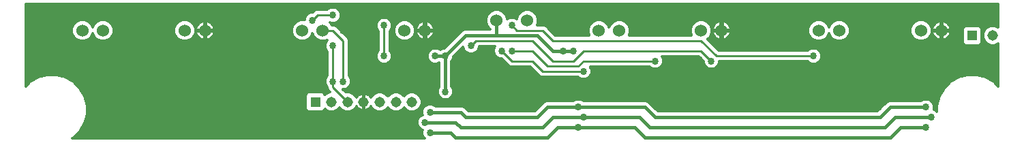
<source format=gbl>
G75*
G70*
%OFA0B0*%
%FSLAX24Y24*%
%IPPOS*%
%LPD*%
%AMOC8*
5,1,8,0,0,1.08239X$1,22.5*
%
%ADD10C,0.0600*%
%ADD11R,0.0515X0.0515*%
%ADD12C,0.0515*%
%ADD13C,0.0120*%
%ADD14C,0.0340*%
%ADD15C,0.0160*%
%ADD16C,0.0100*%
D10*
X003160Y005660D03*
X004160Y005660D03*
X008160Y005660D03*
X009160Y005660D03*
X013910Y005660D03*
X014910Y005660D03*
X018910Y005660D03*
X019910Y005660D03*
X023410Y006160D03*
X024910Y006160D03*
X028410Y005660D03*
X029410Y005660D03*
X033410Y005660D03*
X034410Y005660D03*
X039160Y005660D03*
X040160Y005660D03*
X044160Y005660D03*
X045160Y005660D03*
D11*
X046660Y005410D03*
X014548Y002160D03*
D12*
X015335Y002160D03*
X016123Y002160D03*
X016910Y002160D03*
X017697Y002160D03*
X018485Y002160D03*
X019272Y002160D03*
X047660Y005410D03*
D13*
X002716Y000404D02*
X002675Y000380D01*
X019888Y000380D01*
X019829Y000439D01*
X019770Y000582D01*
X019770Y000738D01*
X019791Y000787D01*
X019689Y000829D01*
X019579Y000939D01*
X019520Y001082D01*
X019520Y001238D01*
X019579Y001381D01*
X019689Y001491D01*
X019791Y001533D01*
X019770Y001582D01*
X003380Y001582D01*
X003380Y001554D02*
X003380Y002006D01*
X003263Y002444D01*
X003036Y002836D01*
X002716Y003156D01*
X002324Y003383D01*
X001886Y003500D01*
X001434Y003500D01*
X000996Y003383D01*
X000604Y003156D01*
X000380Y002932D01*
X000380Y006940D01*
X047940Y006940D01*
X047940Y005805D01*
X047930Y005815D01*
X047755Y005887D01*
X047565Y005887D01*
X047390Y005815D01*
X047255Y005680D01*
X047183Y005505D01*
X047183Y005315D01*
X047255Y005140D01*
X047390Y005005D01*
X047565Y004933D01*
X047755Y004933D01*
X047930Y005005D01*
X047940Y005015D01*
X047940Y002932D01*
X047716Y003156D01*
X047324Y003383D01*
X046886Y003500D01*
X046434Y003500D01*
X045996Y003383D01*
X045604Y003156D01*
X045284Y002836D01*
X045057Y002444D01*
X044940Y002006D01*
X044940Y001682D01*
X044881Y001741D01*
X044779Y001783D01*
X044800Y001832D01*
X044800Y001988D01*
X044741Y002131D01*
X044631Y002241D01*
X044488Y002300D01*
X044332Y002300D01*
X044189Y002241D01*
X044158Y002210D01*
X042600Y002210D01*
X042490Y002164D01*
X042406Y002080D01*
X042036Y001710D01*
X031284Y001710D01*
X030830Y002164D01*
X030720Y002210D01*
X027662Y002210D01*
X027631Y002241D01*
X027488Y002300D01*
X027332Y002300D01*
X027189Y002241D01*
X027158Y002210D01*
X025850Y002210D01*
X025740Y002164D01*
X025656Y002080D01*
X025286Y001710D01*
X022034Y001710D01*
X021830Y001914D01*
X021720Y001960D01*
X020412Y001960D01*
X020381Y001991D01*
X020238Y002050D01*
X020082Y002050D01*
X019939Y001991D01*
X019829Y001881D01*
X019770Y001738D01*
X019770Y001582D01*
X019543Y001755D02*
X019367Y001683D01*
X019177Y001683D01*
X019002Y001755D01*
X018879Y001878D01*
X018755Y001755D01*
X018580Y001683D01*
X018390Y001683D01*
X018214Y001755D01*
X018091Y001878D01*
X017968Y001755D01*
X017792Y001683D01*
X017602Y001683D01*
X017427Y001755D01*
X017293Y001890D01*
X017269Y001946D01*
X017267Y001941D01*
X017228Y001888D01*
X017182Y001842D01*
X017129Y001803D01*
X017070Y001773D01*
X017008Y001753D01*
X016943Y001743D01*
X016929Y001743D01*
X016929Y002141D01*
X016891Y002141D01*
X016891Y001743D01*
X016877Y001743D01*
X016812Y001753D01*
X016750Y001773D01*
X016691Y001803D01*
X016638Y001842D01*
X016592Y001888D01*
X016553Y001941D01*
X016551Y001946D01*
X016527Y001890D01*
X016393Y001755D01*
X016218Y001683D01*
X016028Y001683D01*
X015852Y001755D01*
X015729Y001878D01*
X015606Y001755D01*
X015430Y001683D01*
X015240Y001683D01*
X015065Y001755D01*
X015017Y001803D01*
X014896Y001683D01*
X014199Y001683D01*
X014070Y001811D01*
X014070Y002509D01*
X014199Y002637D01*
X014896Y002637D01*
X015017Y002517D01*
X015065Y002565D01*
X015240Y002637D01*
X015263Y002637D01*
X015181Y002720D01*
X015140Y002819D01*
X015140Y002878D01*
X015079Y002939D01*
X015020Y003082D01*
X015020Y003238D01*
X015079Y003381D01*
X015140Y003442D01*
X015140Y004628D01*
X015079Y004689D01*
X015020Y004832D01*
X015020Y004988D01*
X015079Y005131D01*
X015142Y005193D01*
X015013Y005140D01*
X014807Y005140D01*
X014615Y005219D01*
X014469Y005365D01*
X014410Y005508D01*
X014351Y005365D01*
X014205Y005219D01*
X014013Y005140D01*
X013807Y005140D01*
X013615Y005219D01*
X013469Y005365D01*
X013390Y005557D01*
X013390Y005763D01*
X013469Y005955D01*
X013615Y006101D01*
X013807Y006180D01*
X014013Y006180D01*
X014020Y006177D01*
X014020Y006238D01*
X014079Y006381D01*
X014189Y006491D01*
X014332Y006550D01*
X014418Y006550D01*
X014507Y006639D01*
X014606Y006680D01*
X015128Y006680D01*
X015189Y006741D01*
X015332Y006800D01*
X015488Y006800D01*
X015631Y006741D01*
X015741Y006631D01*
X015800Y006488D01*
X015800Y006332D01*
X015741Y006189D01*
X015631Y006079D01*
X015488Y006020D01*
X015332Y006020D01*
X015252Y006053D01*
X015351Y005955D01*
X015361Y005930D01*
X015464Y005930D01*
X015563Y005889D01*
X016139Y005313D01*
X016180Y005214D01*
X016180Y003442D01*
X016241Y003381D01*
X016300Y003238D01*
X016300Y003082D01*
X016241Y002939D01*
X016131Y002829D01*
X015988Y002770D01*
X015894Y002770D01*
X016027Y002637D01*
X016028Y002637D01*
X016218Y002637D01*
X016393Y002565D01*
X016527Y002430D01*
X016551Y002374D01*
X016553Y002379D01*
X016592Y002432D01*
X016638Y002478D01*
X016691Y002517D01*
X016750Y002547D01*
X016812Y002567D01*
X016877Y002577D01*
X016891Y002577D01*
X016891Y002179D01*
X016929Y002179D01*
X016929Y002577D01*
X016943Y002577D01*
X017008Y002567D01*
X017070Y002547D01*
X017129Y002517D01*
X017182Y002478D01*
X017228Y002432D01*
X017267Y002379D01*
X017269Y002374D01*
X017293Y002430D01*
X017427Y002565D01*
X017602Y002637D01*
X017792Y002637D01*
X017968Y002565D01*
X018091Y002442D01*
X018214Y002565D01*
X018390Y002637D01*
X018580Y002637D01*
X018755Y002565D01*
X018879Y002442D01*
X019002Y002565D01*
X019177Y002637D01*
X019367Y002637D01*
X019543Y002565D01*
X019677Y002430D01*
X019750Y002255D01*
X019750Y002065D01*
X019677Y001890D01*
X019543Y001755D01*
X019606Y001819D02*
X019804Y001819D01*
X019770Y001701D02*
X019411Y001701D01*
X019134Y001701D02*
X018623Y001701D01*
X018819Y001819D02*
X018938Y001819D01*
X018346Y001701D02*
X017836Y001701D01*
X018032Y001819D02*
X018151Y001819D01*
X017559Y001701D02*
X016261Y001701D01*
X016457Y001819D02*
X016669Y001819D01*
X016891Y001819D02*
X016929Y001819D01*
X017151Y001819D02*
X017363Y001819D01*
X017273Y001938D02*
X017264Y001938D01*
X016929Y001938D02*
X016891Y001938D01*
X016556Y001938D02*
X016547Y001938D01*
X016891Y002056D02*
X016929Y002056D01*
X016929Y002293D02*
X016891Y002293D01*
X016891Y002412D02*
X016929Y002412D01*
X017243Y002412D02*
X017285Y002412D01*
X016577Y002412D02*
X016535Y002412D01*
X016428Y002530D02*
X016717Y002530D01*
X016891Y002530D02*
X016929Y002530D01*
X017103Y002530D02*
X017392Y002530D01*
X018003Y002530D02*
X018180Y002530D01*
X018790Y002530D02*
X018967Y002530D01*
X019577Y002530D02*
X020542Y002530D01*
X020520Y002582D02*
X020579Y002439D01*
X020689Y002329D01*
X020832Y002270D01*
X020988Y002270D01*
X021131Y002329D01*
X021241Y002439D01*
X021300Y002582D01*
X021300Y002738D01*
X021241Y002881D01*
X021210Y002912D01*
X021210Y004158D01*
X021241Y004189D01*
X021300Y004332D01*
X021300Y004376D01*
X021770Y004846D01*
X021770Y004832D01*
X021829Y004689D01*
X021939Y004579D01*
X022082Y004520D01*
X022238Y004520D01*
X022381Y004579D01*
X022491Y004689D01*
X022550Y004832D01*
X022550Y004890D01*
X023338Y004890D01*
X023329Y004881D01*
X023270Y004738D01*
X023270Y004582D01*
X023329Y004439D01*
X023439Y004329D01*
X023582Y004270D01*
X023668Y004270D01*
X024007Y003931D01*
X024106Y003890D01*
X025048Y003890D01*
X025507Y003431D01*
X025606Y003390D01*
X027378Y003390D01*
X027439Y003329D01*
X027582Y003270D01*
X027738Y003270D01*
X027881Y003329D01*
X027991Y003439D01*
X028050Y003582D01*
X028050Y003738D01*
X027991Y003881D01*
X027982Y003890D01*
X030878Y003890D01*
X030939Y003829D01*
X031082Y003770D01*
X031238Y003770D01*
X031381Y003829D01*
X031491Y003939D01*
X031550Y004082D01*
X031550Y004238D01*
X031491Y004381D01*
X031482Y004390D01*
X033298Y004390D01*
X033520Y004168D01*
X033520Y004082D01*
X033579Y003939D01*
X033689Y003829D01*
X033832Y003770D01*
X033988Y003770D01*
X034131Y003829D01*
X034241Y003939D01*
X034300Y004082D01*
X034300Y004140D01*
X038628Y004140D01*
X038689Y004079D01*
X038832Y004020D01*
X038988Y004020D01*
X039131Y004079D01*
X039241Y004189D01*
X039300Y004332D01*
X039300Y004488D01*
X039241Y004631D01*
X039131Y004741D01*
X038988Y004800D01*
X038832Y004800D01*
X038689Y004741D01*
X038628Y004680D01*
X034272Y004680D01*
X033719Y005233D01*
X033851Y005365D01*
X033930Y005557D01*
X033930Y005763D01*
X033851Y005955D01*
X033705Y006101D01*
X033513Y006180D01*
X033307Y006180D01*
X033115Y006101D01*
X032969Y005955D01*
X032890Y005763D01*
X032890Y005557D01*
X032942Y005430D01*
X029878Y005430D01*
X029930Y005557D01*
X029930Y005763D01*
X029851Y005955D01*
X029705Y006101D01*
X029513Y006180D01*
X029307Y006180D01*
X029115Y006101D01*
X028969Y005955D01*
X028910Y005812D01*
X028851Y005955D01*
X028705Y006101D01*
X028513Y006180D01*
X028307Y006180D01*
X028115Y006101D01*
X027969Y005955D01*
X027890Y005763D01*
X027890Y005557D01*
X027942Y005430D01*
X026272Y005430D01*
X025889Y005813D01*
X025813Y005889D01*
X025714Y005930D01*
X025378Y005930D01*
X025430Y006057D01*
X025430Y006263D01*
X025351Y006455D01*
X025205Y006601D01*
X025013Y006680D01*
X024807Y006680D01*
X024615Y006601D01*
X024469Y006455D01*
X024390Y006263D01*
X024390Y006232D01*
X024381Y006241D01*
X024238Y006300D01*
X024082Y006300D01*
X023939Y006241D01*
X023930Y006232D01*
X023930Y006263D01*
X023851Y006455D01*
X023705Y006601D01*
X023513Y006680D01*
X023307Y006680D01*
X023115Y006601D01*
X022969Y006455D01*
X022890Y006263D01*
X022890Y006057D01*
X022969Y005865D01*
X023110Y005725D01*
X023110Y005710D01*
X021850Y005710D01*
X021740Y005664D01*
X021656Y005580D01*
X020876Y004800D01*
X020832Y004800D01*
X020689Y004741D01*
X020660Y004712D01*
X020631Y004741D01*
X020488Y004800D01*
X020332Y004800D01*
X020189Y004741D01*
X020079Y004631D01*
X020020Y004488D01*
X020020Y004332D01*
X020079Y004189D01*
X020189Y004079D01*
X020332Y004020D01*
X020488Y004020D01*
X020610Y004071D01*
X020610Y002912D01*
X020579Y002881D01*
X020520Y002738D01*
X020520Y002582D01*
X020520Y002649D02*
X016016Y002649D01*
X015897Y002767D02*
X020532Y002767D01*
X020584Y002886D02*
X016187Y002886D01*
X016268Y003004D02*
X020610Y003004D01*
X020610Y003123D02*
X016300Y003123D01*
X016299Y003241D02*
X020610Y003241D01*
X020610Y003360D02*
X016249Y003360D01*
X016180Y003478D02*
X020610Y003478D01*
X021210Y003478D02*
X025460Y003478D01*
X025342Y003597D02*
X021210Y003597D01*
X021210Y003715D02*
X025223Y003715D01*
X025105Y003834D02*
X021210Y003834D01*
X021210Y003952D02*
X023986Y003952D01*
X023868Y004071D02*
X021210Y004071D01*
X020610Y004071D02*
X020610Y004071D01*
X020210Y004071D02*
X018110Y004071D01*
X018131Y004079D02*
X018241Y004189D01*
X018300Y004332D01*
X018300Y004488D01*
X018241Y004631D01*
X018180Y004692D01*
X018180Y005628D01*
X018241Y005689D01*
X018300Y005832D01*
X018300Y005988D01*
X018241Y006131D01*
X018131Y006241D01*
X017988Y006300D01*
X017832Y006300D01*
X017689Y006241D01*
X017579Y006131D01*
X017520Y005988D01*
X017520Y005832D01*
X017579Y005689D01*
X017640Y005628D01*
X017640Y004692D01*
X017579Y004631D01*
X017520Y004488D01*
X017520Y004332D01*
X017579Y004189D01*
X017689Y004079D01*
X017832Y004020D01*
X017988Y004020D01*
X018131Y004079D01*
X017710Y004071D02*
X016180Y004071D01*
X016180Y004189D02*
X017579Y004189D01*
X017530Y004308D02*
X016180Y004308D01*
X016180Y004426D02*
X017520Y004426D01*
X018300Y004426D02*
X020020Y004426D01*
X020030Y004308D02*
X018290Y004308D01*
X018241Y004189D02*
X020079Y004189D01*
X021241Y004189D02*
X023749Y004189D01*
X023492Y004308D02*
X021290Y004308D01*
X021350Y004426D02*
X023342Y004426D01*
X023286Y004545D02*
X022297Y004545D01*
X022465Y004663D02*
X023270Y004663D01*
X023288Y004782D02*
X022529Y004782D01*
X021791Y004782D02*
X021706Y004782D01*
X020976Y004900D02*
X018180Y004900D01*
X018180Y004782D02*
X020288Y004782D01*
X020532Y004782D02*
X020788Y004782D01*
X020111Y004663D02*
X018209Y004663D01*
X018276Y004545D02*
X020044Y004545D01*
X021469Y004545D02*
X022023Y004545D01*
X021855Y004663D02*
X021587Y004663D01*
X021094Y005019D02*
X018180Y005019D01*
X017640Y005019D02*
X016180Y005019D01*
X016180Y005137D02*
X017640Y005137D01*
X017640Y005256D02*
X016163Y005256D01*
X016078Y005374D02*
X017640Y005374D01*
X018180Y005374D02*
X018466Y005374D01*
X018469Y005365D02*
X018615Y005219D01*
X018807Y005140D01*
X019013Y005140D01*
X019205Y005219D01*
X019351Y005365D01*
X019430Y005557D01*
X019430Y005763D01*
X019351Y005955D01*
X019205Y006101D01*
X019013Y006180D01*
X018807Y006180D01*
X018615Y006101D01*
X018469Y005955D01*
X018390Y005763D01*
X018390Y005557D01*
X018469Y005365D01*
X018417Y005493D02*
X018180Y005493D01*
X018180Y005611D02*
X018390Y005611D01*
X018390Y005730D02*
X018257Y005730D01*
X018300Y005848D02*
X018425Y005848D01*
X018481Y005967D02*
X018300Y005967D01*
X017520Y005967D02*
X015339Y005967D01*
X015604Y005848D02*
X017520Y005848D01*
X017563Y005730D02*
X015722Y005730D01*
X015841Y005611D02*
X017640Y005611D01*
X017640Y005493D02*
X015959Y005493D01*
X014579Y005256D02*
X014241Y005256D01*
X013579Y005256D02*
X009379Y005256D01*
X009401Y005267D02*
X009460Y005309D01*
X009511Y005360D01*
X009553Y005419D01*
X009586Y005483D01*
X009609Y005552D01*
X009619Y005620D01*
X009200Y005620D01*
X009200Y005700D01*
X009619Y005700D01*
X009609Y005768D01*
X009586Y005837D01*
X009553Y005901D01*
X009511Y005960D01*
X009460Y006011D01*
X009401Y006053D01*
X009337Y006086D01*
X009268Y006109D01*
X009200Y006119D01*
X009200Y005700D01*
X009120Y005700D01*
X009120Y006119D01*
X009052Y006109D01*
X008983Y006086D01*
X008919Y006053D01*
X008860Y006011D01*
X008809Y005960D01*
X008767Y005901D01*
X008734Y005837D01*
X008711Y005768D01*
X008701Y005700D01*
X009120Y005700D01*
X009120Y005620D01*
X009200Y005620D01*
X009200Y005201D01*
X009268Y005211D01*
X009337Y005234D01*
X009401Y005267D01*
X009200Y005256D02*
X009120Y005256D01*
X009120Y005201D02*
X009120Y005620D01*
X008701Y005620D01*
X008711Y005552D01*
X008734Y005483D01*
X008767Y005419D01*
X008809Y005360D01*
X008860Y005309D01*
X008919Y005267D01*
X008983Y005234D01*
X009052Y005211D01*
X009120Y005201D01*
X008941Y005256D02*
X008491Y005256D01*
X008455Y005219D02*
X008601Y005365D01*
X008680Y005557D01*
X008680Y005763D01*
X008601Y005955D01*
X008455Y006101D01*
X008263Y006180D01*
X008057Y006180D01*
X007865Y006101D01*
X007719Y005955D01*
X007640Y005763D01*
X007640Y005557D01*
X007719Y005365D01*
X007865Y005219D01*
X008057Y005140D01*
X008263Y005140D01*
X008455Y005219D01*
X007829Y005256D02*
X004491Y005256D01*
X004455Y005219D02*
X004601Y005365D01*
X004680Y005557D01*
X004680Y005763D01*
X004601Y005955D01*
X004455Y006101D01*
X004263Y006180D01*
X004057Y006180D01*
X003865Y006101D01*
X003719Y005955D01*
X003660Y005812D01*
X003601Y005955D01*
X003455Y006101D01*
X003263Y006180D01*
X003057Y006180D01*
X002865Y006101D01*
X002719Y005955D01*
X002640Y005763D01*
X002640Y005557D01*
X002719Y005365D01*
X002865Y005219D01*
X003057Y005140D01*
X003263Y005140D01*
X003455Y005219D01*
X003601Y005365D01*
X003660Y005508D01*
X003719Y005365D01*
X003865Y005219D01*
X004057Y005140D01*
X004263Y005140D01*
X004455Y005219D01*
X004604Y005374D02*
X007716Y005374D01*
X007667Y005493D02*
X004653Y005493D01*
X004680Y005611D02*
X007640Y005611D01*
X007640Y005730D02*
X004680Y005730D01*
X004645Y005848D02*
X007675Y005848D01*
X007731Y005967D02*
X004589Y005967D01*
X004470Y006085D02*
X007850Y006085D01*
X008470Y006085D02*
X008981Y006085D01*
X009120Y006085D02*
X009200Y006085D01*
X009339Y006085D02*
X013600Y006085D01*
X014020Y006204D02*
X000380Y006204D01*
X000380Y006085D02*
X002850Y006085D01*
X002731Y005967D02*
X000380Y005967D01*
X000380Y005848D02*
X002675Y005848D01*
X002640Y005730D02*
X000380Y005730D01*
X000380Y005611D02*
X002640Y005611D01*
X002667Y005493D02*
X000380Y005493D01*
X000380Y005374D02*
X002716Y005374D01*
X002829Y005256D02*
X000380Y005256D01*
X000380Y005137D02*
X015085Y005137D01*
X015033Y005019D02*
X000380Y005019D01*
X000380Y004900D02*
X015020Y004900D01*
X015041Y004782D02*
X000380Y004782D01*
X000380Y004663D02*
X015105Y004663D01*
X015140Y004545D02*
X000380Y004545D01*
X000380Y004426D02*
X015140Y004426D01*
X015140Y004308D02*
X000380Y004308D01*
X000380Y004189D02*
X015140Y004189D01*
X015140Y004071D02*
X000380Y004071D01*
X000380Y003952D02*
X015140Y003952D01*
X015140Y003834D02*
X000380Y003834D01*
X000380Y003715D02*
X015140Y003715D01*
X015140Y003597D02*
X000380Y003597D01*
X000380Y003478D02*
X001351Y003478D01*
X000956Y003360D02*
X000380Y003360D01*
X000380Y003241D02*
X000751Y003241D01*
X000570Y003123D02*
X000380Y003123D01*
X000380Y003004D02*
X000452Y003004D01*
X002364Y003360D02*
X015071Y003360D01*
X015021Y003241D02*
X002569Y003241D01*
X002750Y003123D02*
X015020Y003123D01*
X015052Y003004D02*
X002868Y003004D01*
X002987Y002886D02*
X015133Y002886D01*
X015161Y002767D02*
X003076Y002767D01*
X003145Y002649D02*
X015252Y002649D01*
X015030Y002530D02*
X015004Y002530D01*
X014092Y002530D02*
X003213Y002530D01*
X003271Y002412D02*
X014070Y002412D01*
X014070Y002293D02*
X003303Y002293D01*
X003335Y002175D02*
X014070Y002175D01*
X014070Y002056D02*
X003367Y002056D01*
X003380Y001938D02*
X014070Y001938D01*
X014070Y001819D02*
X003380Y001819D01*
X003380Y001701D02*
X014181Y001701D01*
X014914Y001701D02*
X015197Y001701D01*
X015474Y001701D02*
X015984Y001701D01*
X015788Y001819D02*
X015669Y001819D01*
X019520Y001227D02*
X003292Y001227D01*
X003263Y001116D02*
X003380Y001554D01*
X003356Y001464D02*
X019662Y001464D01*
X019564Y001345D02*
X003324Y001345D01*
X003263Y001116D02*
X003036Y000724D01*
X002716Y000404D01*
X002705Y000397D02*
X019871Y000397D01*
X019798Y000516D02*
X002828Y000516D01*
X002946Y000634D02*
X019770Y000634D01*
X019776Y000753D02*
X003053Y000753D01*
X003121Y000871D02*
X019647Y000871D01*
X019558Y000990D02*
X003190Y000990D01*
X003258Y001108D02*
X019520Y001108D01*
X021925Y001819D02*
X025395Y001819D01*
X025513Y001938D02*
X021774Y001938D01*
X019886Y001938D02*
X019697Y001938D01*
X019746Y002056D02*
X025632Y002056D01*
X025765Y002175D02*
X019750Y002175D01*
X019734Y002293D02*
X020777Y002293D01*
X020607Y002412D02*
X019685Y002412D01*
X021043Y002293D02*
X027316Y002293D01*
X027504Y002293D02*
X044316Y002293D01*
X044504Y002293D02*
X045017Y002293D01*
X045049Y002412D02*
X021213Y002412D01*
X021278Y002530D02*
X045107Y002530D01*
X045175Y002649D02*
X021300Y002649D01*
X021288Y002767D02*
X045244Y002767D01*
X045333Y002886D02*
X021236Y002886D01*
X021210Y003004D02*
X045452Y003004D01*
X045570Y003123D02*
X021210Y003123D01*
X021210Y003241D02*
X045751Y003241D01*
X045956Y003360D02*
X027911Y003360D01*
X027409Y003360D02*
X021210Y003360D01*
X020610Y003597D02*
X016180Y003597D01*
X016180Y003715D02*
X020610Y003715D01*
X020610Y003834D02*
X016180Y003834D01*
X016180Y003952D02*
X020610Y003952D01*
X017544Y004545D02*
X016180Y004545D01*
X016180Y004663D02*
X017611Y004663D01*
X017640Y004782D02*
X016180Y004782D01*
X016180Y004900D02*
X017640Y004900D01*
X018180Y005137D02*
X021213Y005137D01*
X021331Y005256D02*
X020129Y005256D01*
X020151Y005267D02*
X020210Y005309D01*
X020261Y005360D01*
X020303Y005419D01*
X020336Y005483D01*
X020359Y005552D01*
X020369Y005620D01*
X019950Y005620D01*
X019950Y005700D01*
X020369Y005700D01*
X020359Y005768D01*
X020336Y005837D01*
X020303Y005901D01*
X020261Y005960D01*
X020210Y006011D01*
X020151Y006053D01*
X020087Y006086D01*
X020018Y006109D01*
X019950Y006119D01*
X019950Y005700D01*
X019870Y005700D01*
X019870Y006119D01*
X019802Y006109D01*
X019733Y006086D01*
X019669Y006053D01*
X019610Y006011D01*
X019559Y005960D01*
X019517Y005901D01*
X019484Y005837D01*
X019461Y005768D01*
X019451Y005700D01*
X019870Y005700D01*
X019870Y005620D01*
X019950Y005620D01*
X019950Y005201D01*
X020018Y005211D01*
X020087Y005234D01*
X020151Y005267D01*
X019950Y005256D02*
X019870Y005256D01*
X019870Y005201D02*
X019870Y005620D01*
X019451Y005620D01*
X019461Y005552D01*
X019484Y005483D01*
X019517Y005419D01*
X019559Y005360D01*
X019610Y005309D01*
X019669Y005267D01*
X019733Y005234D01*
X019802Y005211D01*
X019870Y005201D01*
X019691Y005256D02*
X019241Y005256D01*
X018579Y005256D02*
X018180Y005256D01*
X019354Y005374D02*
X019549Y005374D01*
X019870Y005374D02*
X019950Y005374D01*
X020271Y005374D02*
X021450Y005374D01*
X021568Y005493D02*
X020339Y005493D01*
X020368Y005611D02*
X021687Y005611D01*
X020365Y005730D02*
X023105Y005730D01*
X022987Y005848D02*
X020330Y005848D01*
X019950Y005848D02*
X019870Y005848D01*
X019870Y005730D02*
X019950Y005730D01*
X019490Y005848D02*
X019395Y005848D01*
X019430Y005730D02*
X019455Y005730D01*
X019452Y005611D02*
X019430Y005611D01*
X019403Y005493D02*
X019481Y005493D01*
X019870Y005493D02*
X019950Y005493D01*
X019950Y005611D02*
X019870Y005611D01*
X019870Y005967D02*
X019950Y005967D01*
X020254Y005967D02*
X022927Y005967D01*
X022890Y006085D02*
X020089Y006085D01*
X019950Y006085D02*
X019870Y006085D01*
X019731Y006085D02*
X019220Y006085D01*
X018600Y006085D02*
X018260Y006085D01*
X018168Y006204D02*
X022890Y006204D01*
X022914Y006322D02*
X015796Y006322D01*
X015800Y006441D02*
X022963Y006441D01*
X023074Y006559D02*
X015770Y006559D01*
X015694Y006678D02*
X023301Y006678D01*
X023519Y006678D02*
X024801Y006678D01*
X025019Y006678D02*
X047940Y006678D01*
X047940Y006796D02*
X015497Y006796D01*
X015323Y006796D02*
X000380Y006796D01*
X000380Y006678D02*
X014600Y006678D01*
X014427Y006559D02*
X000380Y006559D01*
X000380Y006441D02*
X014139Y006441D01*
X014055Y006322D02*
X000380Y006322D01*
X003470Y006085D02*
X003850Y006085D01*
X003731Y005967D02*
X003589Y005967D01*
X003645Y005848D02*
X003675Y005848D01*
X003653Y005493D02*
X003667Y005493D01*
X003716Y005374D02*
X003604Y005374D01*
X003491Y005256D02*
X003829Y005256D01*
X008604Y005374D02*
X008799Y005374D01*
X009120Y005374D02*
X009200Y005374D01*
X009521Y005374D02*
X013466Y005374D01*
X013417Y005493D02*
X009589Y005493D01*
X009618Y005611D02*
X013390Y005611D01*
X013390Y005730D02*
X009615Y005730D01*
X009580Y005848D02*
X013425Y005848D01*
X013481Y005967D02*
X009504Y005967D01*
X009200Y005967D02*
X009120Y005967D01*
X008816Y005967D02*
X008589Y005967D01*
X008645Y005848D02*
X008740Y005848D01*
X008705Y005730D02*
X008680Y005730D01*
X009120Y005730D02*
X009200Y005730D01*
X009200Y005848D02*
X009120Y005848D01*
X009120Y005611D02*
X009200Y005611D01*
X009200Y005493D02*
X009120Y005493D01*
X008731Y005493D02*
X008653Y005493D01*
X008680Y005611D02*
X008702Y005611D01*
X014354Y005374D02*
X014466Y005374D01*
X014417Y005493D02*
X014403Y005493D01*
X015637Y006085D02*
X017560Y006085D01*
X017652Y006204D02*
X015747Y006204D01*
X019339Y005967D02*
X019566Y005967D01*
X023746Y006559D02*
X024574Y006559D01*
X024463Y006441D02*
X023857Y006441D01*
X023906Y006322D02*
X024414Y006322D01*
X025357Y006441D02*
X047940Y006441D01*
X047940Y006322D02*
X025406Y006322D01*
X025430Y006204D02*
X047940Y006204D01*
X047940Y006085D02*
X045339Y006085D01*
X045337Y006086D02*
X045268Y006109D01*
X045200Y006119D01*
X045200Y005700D01*
X045619Y005700D01*
X045609Y005768D01*
X045586Y005837D01*
X045553Y005901D01*
X045511Y005960D01*
X045460Y006011D01*
X045401Y006053D01*
X045337Y006086D01*
X045200Y006085D02*
X045120Y006085D01*
X045120Y006119D02*
X045052Y006109D01*
X044983Y006086D01*
X044919Y006053D01*
X044860Y006011D01*
X044809Y005960D01*
X044767Y005901D01*
X044734Y005837D01*
X044711Y005768D01*
X044701Y005700D01*
X045120Y005700D01*
X045120Y006119D01*
X044981Y006085D02*
X044470Y006085D01*
X044455Y006101D02*
X044263Y006180D01*
X044057Y006180D01*
X043865Y006101D01*
X043719Y005955D01*
X043640Y005763D01*
X043640Y005557D01*
X043719Y005365D01*
X043865Y005219D01*
X044057Y005140D01*
X044263Y005140D01*
X044455Y005219D01*
X044601Y005365D01*
X044680Y005557D01*
X044680Y005763D01*
X044601Y005955D01*
X044455Y006101D01*
X044589Y005967D02*
X044816Y005967D01*
X045120Y005967D02*
X045200Y005967D01*
X045504Y005967D02*
X047940Y005967D01*
X047940Y005848D02*
X047850Y005848D01*
X047470Y005848D02*
X047048Y005848D01*
X047009Y005887D02*
X047137Y005759D01*
X047137Y005061D01*
X047009Y004933D01*
X046311Y004933D01*
X046183Y005061D01*
X046183Y005759D01*
X046311Y005887D01*
X047009Y005887D01*
X047137Y005730D02*
X047304Y005730D01*
X047226Y005611D02*
X047137Y005611D01*
X047137Y005493D02*
X047183Y005493D01*
X047183Y005374D02*
X047137Y005374D01*
X047137Y005256D02*
X047207Y005256D01*
X047258Y005137D02*
X047137Y005137D01*
X047095Y005019D02*
X047376Y005019D01*
X047940Y004900D02*
X034052Y004900D01*
X034170Y004782D02*
X038788Y004782D01*
X039032Y004782D02*
X047940Y004782D01*
X047940Y004663D02*
X039209Y004663D01*
X039276Y004545D02*
X047940Y004545D01*
X047940Y004426D02*
X039300Y004426D01*
X039290Y004308D02*
X047940Y004308D01*
X047940Y004189D02*
X039241Y004189D01*
X039110Y004071D02*
X047940Y004071D01*
X047940Y003952D02*
X034246Y003952D01*
X034135Y003834D02*
X047940Y003834D01*
X047940Y003715D02*
X028050Y003715D01*
X028050Y003597D02*
X047940Y003597D01*
X047940Y003478D02*
X046969Y003478D01*
X047364Y003360D02*
X047940Y003360D01*
X047940Y003241D02*
X047569Y003241D01*
X047750Y003123D02*
X047940Y003123D01*
X047940Y003004D02*
X047868Y003004D01*
X046351Y003478D02*
X028007Y003478D01*
X028010Y003834D02*
X030935Y003834D01*
X031385Y003834D02*
X033685Y003834D01*
X033574Y003952D02*
X031496Y003952D01*
X031545Y004071D02*
X033525Y004071D01*
X034295Y004071D02*
X038710Y004071D01*
X033499Y004189D02*
X031550Y004189D01*
X031521Y004308D02*
X033381Y004308D01*
X033933Y005019D02*
X046225Y005019D01*
X046183Y005137D02*
X033815Y005137D01*
X033741Y005256D02*
X034191Y005256D01*
X034169Y005267D02*
X034233Y005234D01*
X034302Y005211D01*
X034370Y005201D01*
X034370Y005620D01*
X034450Y005620D01*
X034450Y005700D01*
X034869Y005700D01*
X034859Y005768D01*
X034836Y005837D01*
X034803Y005901D01*
X034761Y005960D01*
X034710Y006011D01*
X034651Y006053D01*
X034587Y006086D01*
X034518Y006109D01*
X034450Y006119D01*
X034450Y005700D01*
X034370Y005700D01*
X034370Y006119D01*
X034302Y006109D01*
X034233Y006086D01*
X034169Y006053D01*
X034110Y006011D01*
X034059Y005960D01*
X034017Y005901D01*
X033984Y005837D01*
X033961Y005768D01*
X033951Y005700D01*
X034370Y005700D01*
X034370Y005620D01*
X033951Y005620D01*
X033961Y005552D01*
X033984Y005483D01*
X034017Y005419D01*
X034059Y005360D01*
X034110Y005309D01*
X034169Y005267D01*
X034370Y005256D02*
X034450Y005256D01*
X034450Y005201D02*
X034518Y005211D01*
X034587Y005234D01*
X034651Y005267D01*
X034710Y005309D01*
X034761Y005360D01*
X034803Y005419D01*
X034836Y005483D01*
X034859Y005552D01*
X034869Y005620D01*
X034450Y005620D01*
X034450Y005201D01*
X034629Y005256D02*
X038829Y005256D01*
X038865Y005219D02*
X039057Y005140D01*
X039263Y005140D01*
X039455Y005219D01*
X039601Y005365D01*
X039660Y005508D01*
X039719Y005365D01*
X039865Y005219D01*
X040057Y005140D01*
X040263Y005140D01*
X040455Y005219D01*
X040601Y005365D01*
X040680Y005557D01*
X040680Y005763D01*
X040601Y005955D01*
X040455Y006101D01*
X040263Y006180D01*
X040057Y006180D01*
X039865Y006101D01*
X039719Y005955D01*
X039660Y005812D01*
X039601Y005955D01*
X039455Y006101D01*
X039263Y006180D01*
X039057Y006180D01*
X038865Y006101D01*
X038719Y005955D01*
X038640Y005763D01*
X038640Y005557D01*
X038719Y005365D01*
X038865Y005219D01*
X039491Y005256D02*
X039829Y005256D01*
X040491Y005256D02*
X043829Y005256D01*
X043716Y005374D02*
X040604Y005374D01*
X040653Y005493D02*
X043667Y005493D01*
X043640Y005611D02*
X040680Y005611D01*
X040680Y005730D02*
X043640Y005730D01*
X043675Y005848D02*
X040645Y005848D01*
X040589Y005967D02*
X043731Y005967D01*
X043850Y006085D02*
X040470Y006085D01*
X039850Y006085D02*
X039470Y006085D01*
X038850Y006085D02*
X034589Y006085D01*
X034450Y006085D02*
X034370Y006085D01*
X034231Y006085D02*
X033720Y006085D01*
X033100Y006085D02*
X029720Y006085D01*
X029100Y006085D02*
X028720Y006085D01*
X028100Y006085D02*
X025430Y006085D01*
X025393Y005967D02*
X027981Y005967D01*
X027925Y005848D02*
X025854Y005848D01*
X025972Y005730D02*
X027890Y005730D01*
X027890Y005611D02*
X026091Y005611D01*
X026209Y005493D02*
X027917Y005493D01*
X028895Y005848D02*
X028925Y005848D01*
X028981Y005967D02*
X028839Y005967D01*
X029839Y005967D02*
X032981Y005967D01*
X032925Y005848D02*
X029895Y005848D01*
X029930Y005730D02*
X032890Y005730D01*
X032890Y005611D02*
X029930Y005611D01*
X029903Y005493D02*
X032917Y005493D01*
X033854Y005374D02*
X034049Y005374D01*
X034370Y005374D02*
X034450Y005374D01*
X034771Y005374D02*
X038716Y005374D01*
X039604Y005374D02*
X039716Y005374D01*
X039667Y005493D02*
X039653Y005493D01*
X038667Y005493D02*
X034839Y005493D01*
X034868Y005611D02*
X038640Y005611D01*
X038640Y005730D02*
X034865Y005730D01*
X034830Y005848D02*
X038675Y005848D01*
X038731Y005967D02*
X034754Y005967D01*
X034450Y005967D02*
X034370Y005967D01*
X034066Y005967D02*
X033839Y005967D01*
X033895Y005848D02*
X033990Y005848D01*
X033955Y005730D02*
X033930Y005730D01*
X034370Y005730D02*
X034450Y005730D01*
X034450Y005848D02*
X034370Y005848D01*
X034370Y005611D02*
X034450Y005611D01*
X034450Y005493D02*
X034370Y005493D01*
X033981Y005493D02*
X033903Y005493D01*
X033930Y005611D02*
X033952Y005611D01*
X039589Y005967D02*
X039731Y005967D01*
X039675Y005848D02*
X039645Y005848D01*
X044491Y005256D02*
X044941Y005256D01*
X044919Y005267D02*
X044983Y005234D01*
X045052Y005211D01*
X045120Y005201D01*
X045120Y005620D01*
X045200Y005620D01*
X045200Y005700D01*
X045120Y005700D01*
X045120Y005620D01*
X044701Y005620D01*
X044711Y005552D01*
X044734Y005483D01*
X044767Y005419D01*
X044809Y005360D01*
X044860Y005309D01*
X044919Y005267D01*
X045120Y005256D02*
X045200Y005256D01*
X045200Y005201D02*
X045268Y005211D01*
X045337Y005234D01*
X045401Y005267D01*
X045460Y005309D01*
X045511Y005360D01*
X045553Y005419D01*
X045586Y005483D01*
X045609Y005552D01*
X045619Y005620D01*
X045200Y005620D01*
X045200Y005201D01*
X045379Y005256D02*
X046183Y005256D01*
X046183Y005374D02*
X045521Y005374D01*
X045200Y005374D02*
X045120Y005374D01*
X044799Y005374D02*
X044604Y005374D01*
X044653Y005493D02*
X044731Y005493D01*
X044702Y005611D02*
X044680Y005611D01*
X045120Y005611D02*
X045200Y005611D01*
X045200Y005493D02*
X045120Y005493D01*
X045589Y005493D02*
X046183Y005493D01*
X046183Y005611D02*
X045618Y005611D01*
X045615Y005730D02*
X046183Y005730D01*
X046272Y005848D02*
X045580Y005848D01*
X045200Y005848D02*
X045120Y005848D01*
X045120Y005730D02*
X045200Y005730D01*
X044740Y005848D02*
X044645Y005848D01*
X044680Y005730D02*
X044705Y005730D01*
X047940Y006559D02*
X025246Y006559D01*
X015140Y003478D02*
X001969Y003478D01*
X000380Y006915D02*
X047940Y006915D01*
X044985Y002175D02*
X044697Y002175D01*
X044772Y002056D02*
X044953Y002056D01*
X044940Y001938D02*
X044800Y001938D01*
X044794Y001819D02*
X044940Y001819D01*
X044940Y001701D02*
X044921Y001701D01*
X042382Y002056D02*
X030938Y002056D01*
X030805Y002175D02*
X042515Y002175D01*
X042263Y001938D02*
X031057Y001938D01*
X031175Y001819D02*
X042145Y001819D01*
D14*
X040910Y001910D03*
X044410Y001910D03*
X044660Y001410D03*
X044410Y000910D03*
X034660Y002660D03*
X033910Y002660D03*
X031910Y002660D03*
X031160Y002660D03*
X029160Y002660D03*
X028410Y002660D03*
X024660Y003160D03*
X024160Y003160D03*
X024160Y002660D03*
X020910Y002660D03*
X019660Y003160D03*
X015910Y003160D03*
X015410Y003160D03*
X012410Y002910D03*
X009410Y002910D03*
X008660Y002910D03*
X007910Y002910D03*
X007160Y002910D03*
X006410Y002910D03*
X005660Y002910D03*
X007660Y001910D03*
X019910Y001160D03*
X020160Y000660D03*
X020160Y001660D03*
X024160Y001910D03*
X027410Y001910D03*
X027660Y001410D03*
X027410Y000910D03*
X038910Y002910D03*
X039660Y002910D03*
X040410Y002910D03*
X041160Y002910D03*
X041910Y002910D03*
X042660Y002910D03*
X034660Y003410D03*
X033910Y003410D03*
X031910Y003410D03*
X031160Y003410D03*
X029160Y003410D03*
X028410Y003410D03*
X027660Y003660D03*
X024660Y003660D03*
X024160Y003660D03*
X020910Y004410D03*
X020410Y004410D03*
X017910Y004410D03*
X015410Y004910D03*
X015910Y005660D03*
X017910Y005910D03*
X015410Y006410D03*
X014410Y006160D03*
X017910Y006535D03*
X024160Y005910D03*
X022160Y004910D03*
X023660Y004660D03*
X024160Y004660D03*
X026660Y004660D03*
X027160Y004660D03*
X031160Y004160D03*
X033910Y004160D03*
X038910Y004410D03*
D15*
X027160Y004660D02*
X026660Y004660D01*
X026160Y004660D01*
X025410Y005410D01*
X023410Y005410D01*
X023410Y006160D01*
X023410Y005410D02*
X021910Y005410D01*
X020910Y004410D01*
X020410Y004410D01*
X020910Y004410D02*
X020910Y002660D01*
X019660Y002910D02*
X019660Y003160D01*
X025410Y001410D02*
X025910Y001910D01*
X027410Y001910D01*
X030660Y001910D01*
X031160Y001410D01*
X042160Y001410D01*
X042660Y001910D01*
X044410Y001910D01*
X044660Y001410D02*
X042910Y001410D01*
X042410Y000910D01*
X030910Y000910D01*
X030410Y001410D01*
X027660Y001410D01*
X026160Y001410D01*
X025660Y000910D01*
X021660Y000910D01*
X021410Y001160D01*
X019910Y001160D01*
X021660Y001660D02*
X021910Y001410D01*
X025410Y001410D01*
X026410Y000910D02*
X027410Y000910D01*
X030160Y000910D01*
X030660Y000410D01*
X042660Y000410D01*
X043160Y000910D01*
X044410Y000910D01*
X026410Y000910D02*
X025910Y000410D01*
X021410Y000410D01*
X021160Y000660D01*
X020160Y000660D01*
X020160Y001660D02*
X021660Y001660D01*
D16*
X016123Y002160D02*
X015410Y002873D01*
X015410Y003160D01*
X015410Y004910D01*
X015910Y005160D02*
X015410Y005660D01*
X014910Y005660D01*
X015910Y005660D02*
X015910Y005910D01*
X014660Y006410D02*
X014410Y006160D01*
X014660Y006410D02*
X015410Y006410D01*
X017910Y005910D02*
X017910Y004410D01*
X022160Y004910D02*
X022410Y005160D01*
X025160Y005160D01*
X026160Y004160D01*
X027160Y004160D01*
X027660Y004660D01*
X033410Y004660D01*
X033910Y004160D01*
X034160Y004410D02*
X033410Y005160D01*
X026160Y005160D01*
X025660Y005660D01*
X024410Y005660D01*
X024160Y005910D01*
X024160Y004660D02*
X025160Y004660D01*
X025910Y003910D01*
X027410Y003910D01*
X027660Y004160D01*
X031160Y004160D01*
X034160Y004410D02*
X038910Y004410D01*
X027660Y003660D02*
X025660Y003660D01*
X025160Y004160D01*
X024160Y004160D01*
X023660Y004660D01*
X015910Y005160D02*
X015910Y003160D01*
M02*

</source>
